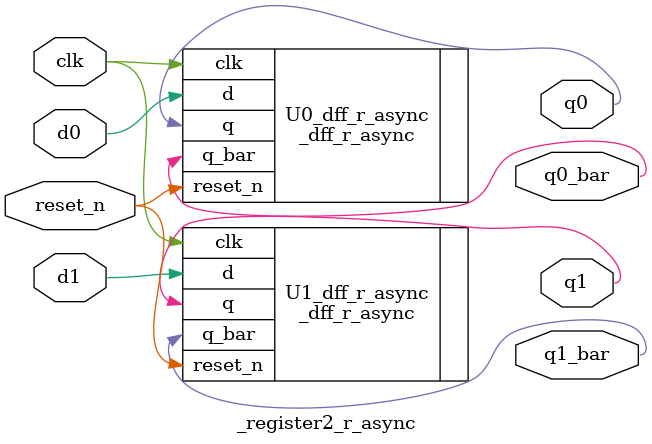
<source format=v>
module _register2_r_async(clk, reset_n, d1, d0, q1, q0, q1_bar, q0_bar);
	input d1, d0;
	input clk, reset_n;
	output q1, q0, q1_bar, q0_bar;

//2bits resettable register
	_dff_r_async U1_dff_r_async(.clk(clk), .reset_n(reset_n), .d(d1), .q(q1), .q_bar(q1_bar));
	_dff_r_async U0_dff_r_async(.clk(clk), .reset_n(reset_n), .d(d0), .q(q0), .q_bar(q0_bar));
	
endmodule

</source>
